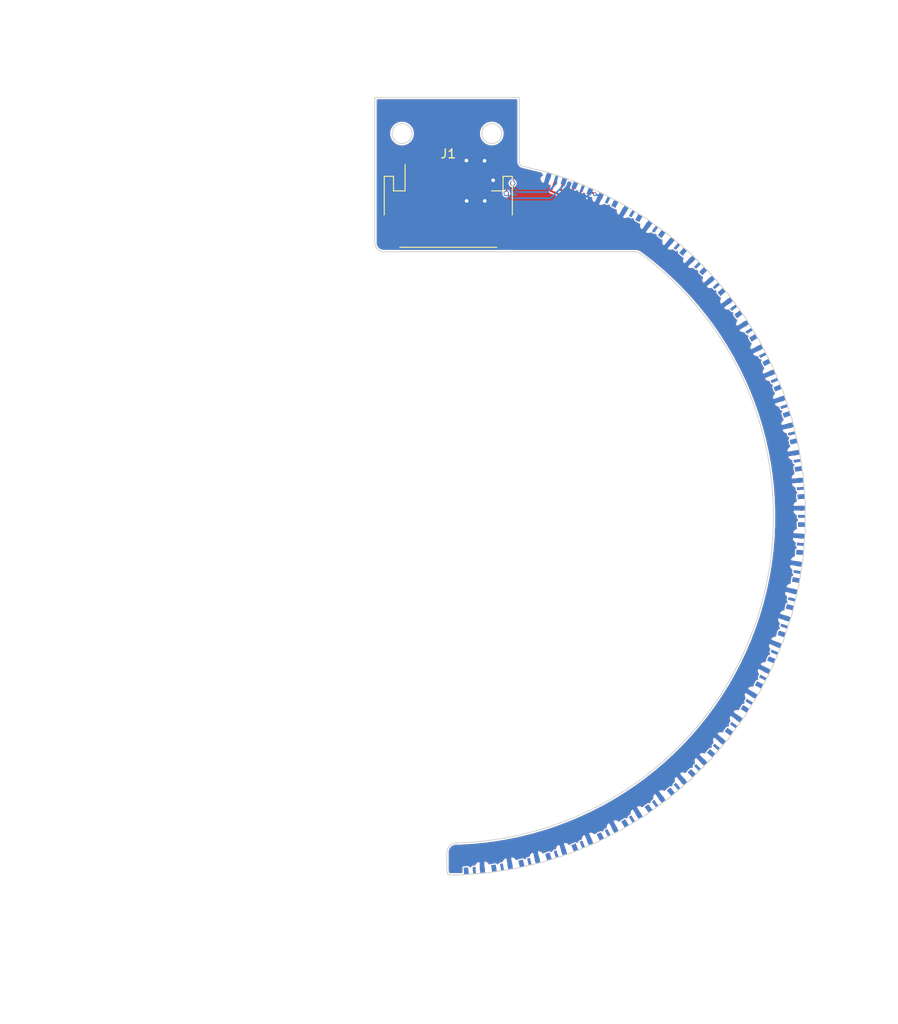
<source format=kicad_pcb>
(kicad_pcb (version 20171130) (host pcbnew "(5.1.5)-3")
  (title_block (title "Sensory Adaptation Robot") (date 2016-03-10) (rev 0.1a) (company "Idle Hands Dev.") (comment 1 "Sean Hodgins"))
  (layers (0 F.Cu signal) (31 B.Cu signal) (34 B.Paste user) (35 F.Paste user) (36 B.SilkS user) (37 F.SilkS user) (38 B.Mask user) (39 F.Mask user) (44 Edge.Cuts user))
  (net 0 "")
  (net 1 GND)
  (net 2 +5V)
  (net 3 CKS)
  (net 4 SDS)
  (net 5 "Net-(U1-Pad3)")
  (net 6 "Net-(U1-Pad2)")
  (net 7 "Net-(U2-Pad2)")
  (net 8 "Net-(U2-Pad3)")
  (net 9 "Net-(U3-Pad2)")
  (net 10 "Net-(U3-Pad3)")
  (net 11 "Net-(U4-Pad3)")
  (net 12 "Net-(U4-Pad2)")
  (net 13 "Net-(U5-Pad2)")
  (net 14 "Net-(U5-Pad3)")
  (net 15 "Net-(U6-Pad3)")
  (net 16 "Net-(U6-Pad2)")
  (net 17 "Net-(U7-Pad2)")
  (net 18 "Net-(U7-Pad3)")
  (net 19 "Net-(U8-Pad3)")
  (net 20 "Net-(U8-Pad2)")
  (net 21 "Net-(U10-Pad5)")
  (net 22 "Net-(U10-Pad4)")
  (net 23 "Net-(U10-Pad3)")
  (net 24 "Net-(U10-Pad2)")
  (net 25 "Net-(U11-Pad3)")
  (net 26 "Net-(U11-Pad2)")
  (net 27 "Net-(U12-Pad2)")
  (net 28 "Net-(U12-Pad3)")
  (net 29 "Net-(U13-Pad3)")
  (net 30 "Net-(U13-Pad2)")
  (net 31 "Net-(U14-Pad2)")
  (net 32 "Net-(U14-Pad3)")
  (net 33 "Net-(U15-Pad3)")
  (net 34 "Net-(U15-Pad2)")
  (net 35 CK1)
  (net 36 SD1)
  (net 37 "Net-(U17-Pad3)")
  (net 38 "Net-(U17-Pad2)")
  (net 39 "Net-(U18-Pad2)")
  (net 40 "Net-(U18-Pad3)")
  (net 41 "Net-(U19-Pad3)")
  (net 42 "Net-(U19-Pad2)")
  (net 43 "Net-(U20-Pad2)")
  (net 44 "Net-(U20-Pad3)")
  (net 45 "Net-(U21-Pad2)")
  (net 46 "Net-(U21-Pad3)")
  (net 47 "Net-(U22-Pad3)")
  (net 48 "Net-(U22-Pad2)")
  (net 49 "Net-(U23-Pad2)")
  (net 50 "Net-(U23-Pad3)")
  (net 51 "Net-(U24-Pad3)")
  (net 52 "Net-(U24-Pad2)")
  (net 53 "Net-(U25-Pad2)")
  (net 54 "Net-(U25-Pad3)")
  (net 55 "Net-(U26-Pad3)")
  (net 56 "Net-(U26-Pad2)")
  (net 57 "Net-(U27-Pad2)")
  (net 58 "Net-(U27-Pad3)")
  (net 59 "Net-(U28-Pad3)")
  (net 60 "Net-(U28-Pad2)")
  (net 61 "Net-(U29-Pad2)")
  (net 62 "Net-(U29-Pad3)")
  (net 63 "Net-(U30-Pad3)")
  (net 64 "Net-(U30-Pad2)")
  (net 65 "Net-(U31-Pad2)")
  (net 66 "Net-(U31-Pad3)")
  (net 67 SD2)
  (net 68 CK2)
  (net 69 "Net-(U33-Pad2)")
  (net 70 "Net-(U33-Pad3)")
  (net 71 "Net-(U34-Pad3)")
  (net 72 "Net-(U34-Pad2)")
  (net 73 "Net-(U35-Pad2)")
  (net 74 "Net-(U35-Pad3)")
  (net 75 "Net-(U36-Pad3)")
  (net 76 "Net-(U36-Pad2)")
  (module project_footprints:LED-APA102-2020_Edge_R (layer F.Cu) (at 134.615996 108.006758 67.5)
    (fp_text reference U2 hide)
    (fp_text value APA102 hide)
    (pad 3 smd rect (at -0.342 -0.9 67.5) (size 0.8 0.5) (layers B.Cu B.Paste B.Mask) (net 8 "Net-(U2-Pad3)"))
    (pad 1 smd rect (at -0.342 0.9 67.5) (size 0.8 0.5) (layers B.Cu B.Paste B.Mask) (net 2 +5V))
    (pad 2 smd rect (at -0.342 0 67.5) (size 0.8 0.3) (layers B.Cu B.Paste B.Mask) (net 7 "Net-(U2-Pad2)"))
    (pad 6 smd rect (at -0.342 0.9 67.5) (size 0.8 0.5) (layers F.Cu F.Paste F.Mask) (net 1 GND))
    (pad 5 smd rect (at -0.342 0 67.5) (size 0.8 0.3) (layers F.Cu F.Paste F.Mask) (net 6 "Net-(U1-Pad2)"))
    (pad 4 smd rect (at -0.342 -0.9 67.5) (size 0.8 0.5) (layers F.Cu F.Paste F.Mask) (net 5 "Net-(U1-Pad3)"))
  )
  (module project_footprints:LED-APA102-2020_Edge (layer F.Cu) (at 140.138693 110.820714 58.5)
    (fp_text reference U4 hide)
    (fp_text value APA102 hide)
    (pad 6 smd rect (at -0.342 -0.9 58.5) (size 0.8 0.5) (layers B.Cu B.Paste B.Mask) (net 1 GND))
    (pad 4 smd rect (at -0.342 0.9 58.5) (size 0.8 0.5) (layers B.Cu B.Paste B.Mask) (net 10 "Net-(U3-Pad3)"))
    (pad 5 smd rect (at -0.342 0 58.5) (size 0.8 0.3) (layers B.Cu B.Paste B.Mask) (net 9 "Net-(U3-Pad2)"))
    (pad 3 smd rect (at -0.342 0.9 58.5) (size 0.8 0.5) (layers F.Cu F.Paste F.Mask) (net 11 "Net-(U4-Pad3)"))
    (pad 2 smd rect (at -0.342 0 58.5) (size 0.8 0.3) (layers F.Cu F.Paste F.Mask) (net 12 "Net-(U4-Pad2)"))
    (pad 1 smd rect (at -0.342 -0.9 58.5) (size 0.8 0.5) (layers F.Cu F.Paste F.Mask) (net 2 +5V))
  )
  (module Connector_JST:JST_PH_S5B-PH-SM4-TB_1x05-1MP_P2.00mm_Horizontal (layer F.Cu) (at 119.7 110.325)
    (fp_text reference J1 (at 0 -5.8) (layer F.SilkS))
    (fp_text value LED_Conn hide)
    (fp_line (start -5.34 4.51) (end 5.34 4.51) (layer F.SilkS) (width 0.12))
    (fp_line (start 6.04 -1.71) (end 4.76 -1.71) (layer F.SilkS) (width 0.12))
    (fp_line (start 6.04 -3.31) (end 6.04 -1.71) (layer F.SilkS) (width 0.12))
    (fp_line (start 7.06 -3.31) (end 6.04 -3.31) (layer F.SilkS) (width 0.12))
    (fp_line (start 7.06 0.94) (end 7.06 -3.31) (layer F.SilkS) (width 0.12))
    (fp_line (start -4.76 -1.71) (end -4.76 -4.6) (layer F.SilkS) (width 0.12))
    (fp_line (start -6.04 -1.71) (end -4.76 -1.71) (layer F.SilkS) (width 0.12))
    (fp_line (start -6.04 -3.31) (end -6.04 -1.71) (layer F.SilkS) (width 0.12))
    (fp_line (start -7.06 -3.31) (end -6.04 -3.31) (layer F.SilkS) (width 0.12))
    (fp_line (start -7.06 0.94) (end -7.06 -3.31) (layer F.SilkS) (width 0.12))
    (pad MP smd roundrect (at 6.35 2.9) (size 1.5 3.4) (layers F.Cu F.Paste F.Mask) (roundrect_rratio 0.166667))
    (pad MP smd roundrect (at -6.35 2.9) (size 1.5 3.4) (layers F.Cu F.Paste F.Mask) (roundrect_rratio 0.166667))
    (pad 5 smd roundrect (at 4 -2.85) (size 1 3.5) (layers F.Cu F.Paste F.Mask) (net 1 GND))
    (pad 4 smd roundrect (at 2 -2.85) (size 1 3.5) (layers F.Cu F.Paste F.Mask) (net 1 GND))
    (pad 3 smd roundrect (at 0 -2.85) (size 1 3.5) (layers F.Cu F.Paste F.Mask) (net 4 SDS))
    (pad 2 smd roundrect (at -2 -2.85) (size 1 3.5) (layers F.Cu F.Paste F.Mask) (net 3 CKS))
    (pad 1 smd roundrect (at -4 -2.85) (size 1 3.5) (layers F.Cu F.Paste F.Mask) (net 2 +5V))
  )
  (module project_footprints:LED-APA102-2020_Edge (layer F.Cu) (at 122.599134 183.878235 274.5)
    (fp_text reference U36 hide)
    (fp_text value APA102 hide)
    (pad 6 smd rect (at -0.342 -0.9 274.5) (size 0.8 0.5) (layers B.Cu B.Paste B.Mask) (net 1 GND))
    (pad 4 smd rect (at -0.342 0.9 274.5) (size 0.8 0.5) (layers B.Cu B.Paste B.Mask) (net 74 "Net-(U35-Pad3)"))
    (pad 5 smd rect (at -0.342 0 274.5) (size 0.8 0.3) (layers B.Cu B.Paste B.Mask) (net 73 "Net-(U35-Pad2)"))
    (pad 3 smd rect (at -0.342 0.9 274.5) (size 0.8 0.5) (layers F.Cu F.Paste F.Mask) (net 75 "Net-(U36-Pad3)"))
    (pad 2 smd rect (at -0.342 0 274.5) (size 0.8 0.3) (layers F.Cu F.Paste F.Mask) (net 76 "Net-(U36-Pad2)"))
    (pad 1 smd rect (at -0.342 -0.9 274.5) (size 0.8 0.5) (layers F.Cu F.Paste F.Mask) (net 2 +5V))
  )
  (module project_footprints:LED-APA102-2020_Edge (layer F.Cu) (at 125.679161 183.513689 279)
    (fp_text reference U35 hide)
    (fp_text value APA102 hide)
    (pad 6 smd rect (at -0.342 -0.9 279) (size 0.8 0.5) (layers B.Cu B.Paste B.Mask) (net 1 GND))
    (pad 4 smd rect (at -0.342 0.9 279) (size 0.8 0.5) (layers B.Cu B.Paste B.Mask) (net 71 "Net-(U34-Pad3)"))
    (pad 5 smd rect (at -0.342 0 279) (size 0.8 0.3) (layers B.Cu B.Paste B.Mask) (net 72 "Net-(U34-Pad2)"))
    (pad 3 smd rect (at -0.342 0.9 279) (size 0.8 0.5) (layers F.Cu F.Paste F.Mask) (net 74 "Net-(U35-Pad3)"))
    (pad 2 smd rect (at -0.342 0 279) (size 0.8 0.3) (layers F.Cu F.Paste F.Mask) (net 73 "Net-(U35-Pad2)"))
    (pad 1 smd rect (at -0.342 -0.9 279) (size 0.8 0.5) (layers F.Cu F.Paste F.Mask) (net 2 +5V))
  )
  (module project_footprints:LED-APA102-2020_Edge (layer F.Cu) (at 128.721092 182.908612 283.5)
    (fp_text reference U34 hide)
    (fp_text value APA102 hide)
    (pad 6 smd rect (at -0.342 -0.9 283.5) (size 0.8 0.5) (layers B.Cu B.Paste B.Mask) (net 1 GND))
    (pad 4 smd rect (at -0.342 0.9 283.5) (size 0.8 0.5) (layers B.Cu B.Paste B.Mask) (net 70 "Net-(U33-Pad3)"))
    (pad 5 smd rect (at -0.342 0 283.5) (size 0.8 0.3) (layers B.Cu B.Paste B.Mask) (net 69 "Net-(U33-Pad2)"))
    (pad 3 smd rect (at -0.342 0.9 283.5) (size 0.8 0.5) (layers F.Cu F.Paste F.Mask) (net 71 "Net-(U34-Pad3)"))
    (pad 2 smd rect (at -0.342 0 283.5) (size 0.8 0.3) (layers F.Cu F.Paste F.Mask) (net 72 "Net-(U34-Pad2)"))
    (pad 1 smd rect (at -0.342 -0.9 283.5) (size 0.8 0.5) (layers F.Cu F.Paste F.Mask) (net 2 +5V))
  )
  (module project_footprints:LED-APA102-2020_Edge (layer F.Cu) (at 131.706171 182.066732 288)
    (fp_text reference U33 hide)
    (fp_text value APA102 hide)
    (pad 6 smd rect (at -0.342 -0.9 288) (size 0.8 0.5) (layers B.Cu B.Paste B.Mask) (net 1 GND))
    (pad 4 smd rect (at -0.342 0.9 288) (size 0.8 0.5) (layers B.Cu B.Paste B.Mask) (net 67 SD2))
    (pad 5 smd rect (at -0.342 0 288) (size 0.8 0.3) (layers B.Cu B.Paste B.Mask) (net 68 CK2))
    (pad 3 smd rect (at -0.342 0.9 288) (size 0.8 0.5) (layers F.Cu F.Paste F.Mask) (net 70 "Net-(U33-Pad3)"))
    (pad 2 smd rect (at -0.342 0 288) (size 0.8 0.3) (layers F.Cu F.Paste F.Mask) (net 69 "Net-(U33-Pad2)"))
    (pad 1 smd rect (at -0.342 -0.9 288) (size 0.8 0.5) (layers F.Cu F.Paste F.Mask) (net 2 +5V))
  )
  (module project_footprints:LED-APA102-2020_Edge (layer F.Cu) (at 134.615996 180.993242 292.5)
    (fp_text reference U32 hide)
    (fp_text value APA102 hide)
    (pad 6 smd rect (at -0.342 -0.9 292.5) (size 0.8 0.5) (layers B.Cu B.Paste B.Mask) (net 1 GND))
    (pad 4 smd rect (at -0.342 0.9 292.5) (size 0.8 0.5) (layers B.Cu B.Paste B.Mask) (net 66 "Net-(U31-Pad3)"))
    (pad 5 smd rect (at -0.342 0 292.5) (size 0.8 0.3) (layers B.Cu B.Paste B.Mask) (net 65 "Net-(U31-Pad2)"))
    (pad 3 smd rect (at -0.342 0.9 292.5) (size 0.8 0.5) (layers F.Cu F.Paste F.Mask) (net 67 SD2))
    (pad 2 smd rect (at -0.342 0 292.5) (size 0.8 0.3) (layers F.Cu F.Paste F.Mask) (net 68 CK2))
    (pad 1 smd rect (at -0.342 -0.9 292.5) (size 0.8 0.5) (layers F.Cu F.Paste F.Mask) (net 2 +5V))
  )
  (module project_footprints:LED-APA102-2020_Edge (layer F.Cu) (at 137.432625 179.694758 297)
    (fp_text reference U31 hide)
    (fp_text value APA102 hide)
    (pad 6 smd rect (at -0.342 -0.9 297) (size 0.8 0.5) (layers B.Cu B.Paste B.Mask) (net 1 GND))
    (pad 4 smd rect (at -0.342 0.9 297) (size 0.8 0.5) (layers B.Cu B.Paste B.Mask) (net 63 "Net-(U30-Pad3)"))
    (pad 5 smd rect (at -0.342 0 297) (size 0.8 0.3) (layers B.Cu B.Paste B.Mask) (net 64 "Net-(U30-Pad2)"))
    (pad 3 smd rect (at -0.342 0.9 297) (size 0.8 0.5) (layers F.Cu F.Paste F.Mask) (net 66 "Net-(U31-Pad3)"))
    (pad 2 smd rect (at -0.342 0 297) (size 0.8 0.3) (layers F.Cu F.Paste F.Mask) (net 65 "Net-(U31-Pad2)"))
    (pad 1 smd rect (at -0.342 -0.9 297) (size 0.8 0.5) (layers F.Cu F.Paste F.Mask) (net 2 +5V))
  )
  (module project_footprints:LED-APA102-2020_Edge (layer F.Cu) (at 140.138693 178.179286 301.5)
    (fp_text reference U30 hide)
    (fp_text value APA102 hide)
    (pad 6 smd rect (at -0.342 -0.9 301.5) (size 0.8 0.5) (layers B.Cu B.Paste B.Mask) (net 1 GND))
    (pad 4 smd rect (at -0.342 0.9 301.5) (size 0.8 0.5) (layers B.Cu B.Paste B.Mask) (net 62 "Net-(U29-Pad3)"))
    (pad 5 smd rect (at -0.342 0 301.5) (size 0.8 0.3) (layers B.Cu B.Paste B.Mask) (net 61 "Net-(U29-Pad2)"))
    (pad 3 smd rect (at -0.342 0.9 301.5) (size 0.8 0.5) (layers F.Cu F.Paste F.Mask) (net 63 "Net-(U30-Pad3)"))
    (pad 2 smd rect (at -0.342 0 301.5) (size 0.8 0.3) (layers F.Cu F.Paste F.Mask) (net 64 "Net-(U30-Pad2)"))
    (pad 1 smd rect (at -0.342 -0.9 301.5) (size 0.8 0.5) (layers F.Cu F.Paste F.Mask) (net 2 +5V))
  )
  (module project_footprints:LED-APA102-2020_Edge (layer F.Cu) (at 142.717517 176.456171 306)
    (fp_text reference U29 hide)
    (fp_text value APA102 hide)
    (pad 6 smd rect (at -0.342 -0.9 306) (size 0.8 0.5) (layers B.Cu B.Paste B.Mask) (net 1 GND))
    (pad 4 smd rect (at -0.342 0.9 306) (size 0.8 0.5) (layers B.Cu B.Paste B.Mask) (net 59 "Net-(U28-Pad3)"))
    (pad 5 smd rect (at -0.342 0 306) (size 0.8 0.3) (layers B.Cu B.Paste B.Mask) (net 60 "Net-(U28-Pad2)"))
    (pad 3 smd rect (at -0.342 0.9 306) (size 0.8 0.5) (layers F.Cu F.Paste F.Mask) (net 62 "Net-(U29-Pad3)"))
    (pad 2 smd rect (at -0.342 0 306) (size 0.8 0.3) (layers F.Cu F.Paste F.Mask) (net 61 "Net-(U29-Pad2)"))
    (pad 1 smd rect (at -0.342 -0.9 306) (size 0.8 0.5) (layers F.Cu F.Paste F.Mask) (net 2 +5V))
  )
  (module project_footprints:LED-APA102-2020_Edge (layer F.Cu) (at 145.153198 174.536036 310.5)
    (fp_text reference U28 hide)
    (fp_text value APA102 hide)
    (pad 6 smd rect (at -0.342 -0.9 310.5) (size 0.8 0.5) (layers B.Cu B.Paste B.Mask) (net 1 GND))
    (pad 4 smd rect (at -0.342 0.9 310.5) (size 0.8 0.5) (layers B.Cu B.Paste B.Mask) (net 58 "Net-(U27-Pad3)"))
    (pad 5 smd rect (at -0.342 0 310.5) (size 0.8 0.3) (layers B.Cu B.Paste B.Mask) (net 57 "Net-(U27-Pad2)"))
    (pad 3 smd rect (at -0.342 0.9 310.5) (size 0.8 0.5) (layers F.Cu F.Paste F.Mask) (net 59 "Net-(U28-Pad3)"))
    (pad 2 smd rect (at -0.342 0 310.5) (size 0.8 0.3) (layers F.Cu F.Paste F.Mask) (net 60 "Net-(U28-Pad2)"))
    (pad 1 smd rect (at -0.342 -0.9 310.5) (size 0.8 0.5) (layers F.Cu F.Paste F.Mask) (net 2 +5V))
  )
  (module project_footprints:LED-APA102-2020_Edge (layer F.Cu) (at 147.430718 172.430718 315)
    (fp_text reference U27 hide)
    (fp_text value APA102 hide)
    (pad 6 smd rect (at -0.342 -0.9 315) (size 0.8 0.5) (layers B.Cu B.Paste B.Mask) (net 1 GND))
    (pad 4 smd rect (at -0.342 0.9 315) (size 0.8 0.5) (layers B.Cu B.Paste B.Mask) (net 55 "Net-(U26-Pad3)"))
    (pad 5 smd rect (at -0.342 0 315) (size 0.8 0.3) (layers B.Cu B.Paste B.Mask) (net 56 "Net-(U26-Pad2)"))
    (pad 3 smd rect (at -0.342 0.9 315) (size 0.8 0.5) (layers F.Cu F.Paste F.Mask) (net 58 "Net-(U27-Pad3)"))
    (pad 2 smd rect (at -0.342 0 315) (size 0.8 0.3) (layers F.Cu F.Paste F.Mask) (net 57 "Net-(U27-Pad2)"))
    (pad 1 smd rect (at -0.342 -0.9 315) (size 0.8 0.5) (layers F.Cu F.Paste F.Mask) (net 2 +5V))
  )
  (module project_footprints:LED-APA102-2020_Edge (layer F.Cu) (at 149.536036 170.153198 319.5)
    (fp_text reference U26 hide)
    (fp_text value APA102 hide)
    (pad 6 smd rect (at -0.342 -0.9 319.5) (size 0.8 0.5) (layers B.Cu B.Paste B.Mask) (net 1 GND))
    (pad 4 smd rect (at -0.342 0.9 319.5) (size 0.8 0.5) (layers B.Cu B.Paste B.Mask) (net 54 "Net-(U25-Pad3)"))
    (pad 5 smd rect (at -0.342 0 319.5) (size 0.8 0.3) (layers B.Cu B.Paste B.Mask) (net 53 "Net-(U25-Pad2)"))
    (pad 3 smd rect (at -0.342 0.9 319.5) (size 0.8 0.5) (layers F.Cu F.Paste F.Mask) (net 55 "Net-(U26-Pad3)"))
    (pad 2 smd rect (at -0.342 0 319.5) (size 0.8 0.3) (layers F.Cu F.Paste F.Mask) (net 56 "Net-(U26-Pad2)"))
    (pad 1 smd rect (at -0.342 -0.9 319.5) (size 0.8 0.5) (layers F.Cu F.Paste F.Mask) (net 2 +5V))
  )
  (module project_footprints:LED-APA102-2020_Edge (layer F.Cu) (at 151.456171 167.717517 324)
    (fp_text reference U25 hide)
    (fp_text value APA102 hide)
    (pad 6 smd rect (at -0.342 -0.9 324) (size 0.8 0.5) (layers B.Cu B.Paste B.Mask) (net 1 GND))
    (pad 4 smd rect (at -0.342 0.9 324) (size 0.8 0.5) (layers B.Cu B.Paste B.Mask) (net 51 "Net-(U24-Pad3)"))
    (pad 5 smd rect (at -0.342 0 324) (size 0.8 0.3) (layers B.Cu B.Paste B.Mask) (net 52 "Net-(U24-Pad2)"))
    (pad 3 smd rect (at -0.342 0.9 324) (size 0.8 0.5) (layers F.Cu F.Paste F.Mask) (net 54 "Net-(U25-Pad3)"))
    (pad 2 smd rect (at -0.342 0 324) (size 0.8 0.3) (layers F.Cu F.Paste F.Mask) (net 53 "Net-(U25-Pad2)"))
    (pad 1 smd rect (at -0.342 -0.9 324) (size 0.8 0.5) (layers F.Cu F.Paste F.Mask) (net 2 +5V))
  )
  (module project_footprints:LED-APA102-2020_Edge (layer F.Cu) (at 153.179286 165.138693 328.5)
    (fp_text reference U24 hide)
    (fp_text value APA102 hide)
    (pad 6 smd rect (at -0.342 -0.9 328.5) (size 0.8 0.5) (layers B.Cu B.Paste B.Mask) (net 1 GND))
    (pad 4 smd rect (at -0.342 0.9 328.5) (size 0.8 0.5) (layers B.Cu B.Paste B.Mask) (net 50 "Net-(U23-Pad3)"))
    (pad 5 smd rect (at -0.342 0 328.5) (size 0.8 0.3) (layers B.Cu B.Paste B.Mask) (net 49 "Net-(U23-Pad2)"))
    (pad 3 smd rect (at -0.342 0.9 328.5) (size 0.8 0.5) (layers F.Cu F.Paste F.Mask) (net 51 "Net-(U24-Pad3)"))
    (pad 2 smd rect (at -0.342 0 328.5) (size 0.8 0.3) (layers F.Cu F.Paste F.Mask) (net 52 "Net-(U24-Pad2)"))
    (pad 1 smd rect (at -0.342 -0.9 328.5) (size 0.8 0.5) (layers F.Cu F.Paste F.Mask) (net 2 +5V))
  )
  (module project_footprints:LED-APA102-2020_Edge (layer F.Cu) (at 154.694758 162.432625 333)
    (fp_text reference U23 hide)
    (fp_text value APA102 hide)
    (pad 6 smd rect (at -0.342 -0.9 333) (size 0.8 0.5) (layers B.Cu B.Paste B.Mask) (net 1 GND))
    (pad 4 smd rect (at -0.342 0.9 333) (size 0.8 0.5) (layers B.Cu B.Paste B.Mask) (net 47 "Net-(U22-Pad3)"))
    (pad 5 smd rect (at -0.342 0 333) (size 0.8 0.3) (layers B.Cu B.Paste B.Mask) (net 48 "Net-(U22-Pad2)"))
    (pad 3 smd rect (at -0.342 0.9 333) (size 0.8 0.5) (layers F.Cu F.Paste F.Mask) (net 50 "Net-(U23-Pad3)"))
    (pad 2 smd rect (at -0.342 0 333) (size 0.8 0.3) (layers F.Cu F.Paste F.Mask) (net 49 "Net-(U23-Pad2)"))
    (pad 1 smd rect (at -0.342 -0.9 333) (size 0.8 0.5) (layers F.Cu F.Paste F.Mask) (net 2 +5V))
  )
  (module project_footprints:LED-APA102-2020_Edge (layer F.Cu) (at 155.993242 159.615996 337.5)
    (fp_text reference U22 hide)
    (fp_text value APA102 hide)
    (pad 6 smd rect (at -0.342 -0.9 337.5) (size 0.8 0.5) (layers B.Cu B.Paste B.Mask) (net 1 GND))
    (pad 4 smd rect (at -0.342 0.9 337.5) (size 0.8 0.5) (layers B.Cu B.Paste B.Mask) (net 46 "Net-(U21-Pad3)"))
    (pad 5 smd rect (at -0.342 0 337.5) (size 0.8 0.3) (layers B.Cu B.Paste B.Mask) (net 45 "Net-(U21-Pad2)"))
    (pad 3 smd rect (at -0.342 0.9 337.5) (size 0.8 0.5) (layers F.Cu F.Paste F.Mask) (net 47 "Net-(U22-Pad3)"))
    (pad 2 smd rect (at -0.342 0 337.5) (size 0.8 0.3) (layers F.Cu F.Paste F.Mask) (net 48 "Net-(U22-Pad2)"))
    (pad 1 smd rect (at -0.342 -0.9 337.5) (size 0.8 0.5) (layers F.Cu F.Paste F.Mask) (net 2 +5V))
  )
  (module project_footprints:LED-APA102-2020_Edge (layer F.Cu) (at 157.066732 156.706171 342)
    (fp_text reference U21 hide)
    (fp_text value APA102 hide)
    (pad 6 smd rect (at -0.342 -0.9 342) (size 0.8 0.5) (layers B.Cu B.Paste B.Mask) (net 1 GND))
    (pad 4 smd rect (at -0.342 0.9 342) (size 0.8 0.5) (layers B.Cu B.Paste B.Mask) (net 44 "Net-(U20-Pad3)"))
    (pad 5 smd rect (at -0.342 0 342) (size 0.8 0.3) (layers B.Cu B.Paste B.Mask) (net 43 "Net-(U20-Pad2)"))
    (pad 3 smd rect (at -0.342 0.9 342) (size 0.8 0.5) (layers F.Cu F.Paste F.Mask) (net 46 "Net-(U21-Pad3)"))
    (pad 2 smd rect (at -0.342 0 342) (size 0.8 0.3) (layers F.Cu F.Paste F.Mask) (net 45 "Net-(U21-Pad2)"))
    (pad 1 smd rect (at -0.342 -0.9 342) (size 0.8 0.5) (layers F.Cu F.Paste F.Mask) (net 2 +5V))
  )
  (module project_footprints:LED-APA102-2020_Edge (layer F.Cu) (at 157.908612 153.721092 346.5)
    (fp_text reference U20 hide)
    (fp_text value APA102 hide)
    (pad 6 smd rect (at -0.342 -0.9 346.5) (size 0.8 0.5) (layers B.Cu B.Paste B.Mask) (net 1 GND))
    (pad 4 smd rect (at -0.342 0.9 346.5) (size 0.8 0.5) (layers B.Cu B.Paste B.Mask) (net 41 "Net-(U19-Pad3)"))
    (pad 5 smd rect (at -0.342 0 346.5) (size 0.8 0.3) (layers B.Cu B.Paste B.Mask) (net 42 "Net-(U19-Pad2)"))
    (pad 3 smd rect (at -0.342 0.9 346.5) (size 0.8 0.5) (layers F.Cu F.Paste F.Mask) (net 44 "Net-(U20-Pad3)"))
    (pad 2 smd rect (at -0.342 0 346.5) (size 0.8 0.3) (layers F.Cu F.Paste F.Mask) (net 43 "Net-(U20-Pad2)"))
    (pad 1 smd rect (at -0.342 -0.9 346.5) (size 0.8 0.5) (layers F.Cu F.Paste F.Mask) (net 2 +5V))
  )
  (module project_footprints:LED-APA102-2020_Edge (layer F.Cu) (at 158.513689 150.679161 351)
    (fp_text reference U19 hide)
    (fp_text value APA102 hide)
    (pad 6 smd rect (at -0.342 -0.9 351) (size 0.8 0.5) (layers B.Cu B.Paste B.Mask) (net 1 GND))
    (pad 4 smd rect (at -0.342 0.9 351) (size 0.8 0.5) (layers B.Cu B.Paste B.Mask) (net 40 "Net-(U18-Pad3)"))
    (pad 5 smd rect (at -0.342 0 351) (size 0.8 0.3) (layers B.Cu B.Paste B.Mask) (net 39 "Net-(U18-Pad2)"))
    (pad 3 smd rect (at -0.342 0.9 351) (size 0.8 0.5) (layers F.Cu F.Paste F.Mask) (net 41 "Net-(U19-Pad3)"))
    (pad 2 smd rect (at -0.342 0 351) (size 0.8 0.3) (layers F.Cu F.Paste F.Mask) (net 42 "Net-(U19-Pad2)"))
    (pad 1 smd rect (at -0.342 -0.9 351) (size 0.8 0.5) (layers F.Cu F.Paste F.Mask) (net 2 +5V))
  )
  (module project_footprints:LED-APA102-2020_Edge (layer F.Cu) (at 158.878235 147.599134 355.5)
    (fp_text reference U18 hide)
    (fp_text value APA102 hide)
    (pad 6 smd rect (at -0.342 -0.9 355.5) (size 0.8 0.5) (layers B.Cu B.Paste B.Mask) (net 1 GND))
    (pad 4 smd rect (at -0.342 0.9 355.5) (size 0.8 0.5) (layers B.Cu B.Paste B.Mask) (net 37 "Net-(U17-Pad3)"))
    (pad 5 smd rect (at -0.342 0 355.5) (size 0.8 0.3) (layers B.Cu B.Paste B.Mask) (net 38 "Net-(U17-Pad2)"))
    (pad 3 smd rect (at -0.342 0.9 355.5) (size 0.8 0.5) (layers F.Cu F.Paste F.Mask) (net 40 "Net-(U18-Pad3)"))
    (pad 2 smd rect (at -0.342 0 355.5) (size 0.8 0.3) (layers F.Cu F.Paste F.Mask) (net 39 "Net-(U18-Pad2)"))
    (pad 1 smd rect (at -0.342 -0.9 355.5) (size 0.8 0.5) (layers F.Cu F.Paste F.Mask) (net 2 +5V))
  )
  (module project_footprints:LED-APA102-2020_Edge (layer F.Cu) (at 131.706171 106.933268 72)
    (fp_text reference U1 hide)
    (fp_text value APA102 hide)
    (pad 6 smd rect (at -0.342 -0.9 72) (size 0.8 0.5) (layers B.Cu B.Paste B.Mask) (net 1 GND))
    (pad 4 smd rect (at -0.342 0.9 72) (size 0.8 0.5) (layers B.Cu B.Paste B.Mask) (net 4 SDS))
    (pad 5 smd rect (at -0.342 0 72) (size 0.8 0.3) (layers B.Cu B.Paste B.Mask) (net 3 CKS))
    (pad 3 smd rect (at -0.342 0.9 72) (size 0.8 0.5) (layers F.Cu F.Paste F.Mask) (net 5 "Net-(U1-Pad3)"))
    (pad 2 smd rect (at -0.342 0 72) (size 0.8 0.3) (layers F.Cu F.Paste F.Mask) (net 6 "Net-(U1-Pad2)"))
    (pad 1 smd rect (at -0.342 -0.9 72) (size 0.8 0.5) (layers F.Cu F.Paste F.Mask) (net 2 +5V))
  )
  (module project_footprints:LED-APA102-2020_Edge (layer F.Cu) (at 137.432625 109.305242 63)
    (fp_text reference U3 hide)
    (fp_text value APA102 hide)
    (pad 6 smd rect (at -0.342 -0.9 63) (size 0.8 0.5) (layers B.Cu B.Paste B.Mask) (net 1 GND))
    (pad 4 smd rect (at -0.342 0.9 63) (size 0.8 0.5) (layers B.Cu B.Paste B.Mask) (net 8 "Net-(U2-Pad3)"))
    (pad 5 smd rect (at -0.342 0 63) (size 0.8 0.3) (layers B.Cu B.Paste B.Mask) (net 7 "Net-(U2-Pad2)"))
    (pad 3 smd rect (at -0.342 0.9 63) (size 0.8 0.5) (layers F.Cu F.Paste F.Mask) (net 10 "Net-(U3-Pad3)"))
    (pad 2 smd rect (at -0.342 0 63) (size 0.8 0.3) (layers F.Cu F.Paste F.Mask) (net 9 "Net-(U3-Pad2)"))
    (pad 1 smd rect (at -0.342 -0.9 63) (size 0.8 0.5) (layers F.Cu F.Paste F.Mask) (net 2 +5V))
  )
  (module project_footprints:LED-APA102-2020_Edge (layer F.Cu) (at 142.717517 112.543829 54)
    (fp_text reference U5 hide)
    (fp_text value APA102 hide)
    (pad 6 smd rect (at -0.342 -0.9 54) (size 0.8 0.5) (layers B.Cu B.Paste B.Mask) (net 1 GND))
    (pad 4 smd rect (at -0.342 0.9 54) (size 0.8 0.5) (layers B.Cu B.Paste B.Mask) (net 11 "Net-(U4-Pad3)"))
    (pad 5 smd rect (at -0.342 0 54) (size 0.8 0.3) (layers B.Cu B.Paste B.Mask) (net 12 "Net-(U4-Pad2)"))
    (pad 3 smd rect (at -0.342 0.9 54) (size 0.8 0.5) (layers F.Cu F.Paste F.Mask) (net 14 "Net-(U5-Pad3)"))
    (pad 2 smd rect (at -0.342 0 54) (size 0.8 0.3) (layers F.Cu F.Paste F.Mask) (net 13 "Net-(U5-Pad2)"))
    (pad 1 smd rect (at -0.342 -0.9 54) (size 0.8 0.5) (layers F.Cu F.Paste F.Mask) (net 2 +5V))
  )
  (module project_footprints:LED-APA102-2020_Edge (layer F.Cu) (at 145.153198 114.463964 49.5)
    (fp_text reference U6 hide)
    (fp_text value APA102 hide)
    (pad 6 smd rect (at -0.342 -0.9 49.5) (size 0.8 0.5) (layers B.Cu B.Paste B.Mask) (net 1 GND))
    (pad 4 smd rect (at -0.342 0.9 49.5) (size 0.8 0.5) (layers B.Cu B.Paste B.Mask) (net 14 "Net-(U5-Pad3)"))
    (pad 5 smd rect (at -0.342 0 49.5) (size 0.8 0.3) (layers B.Cu B.Paste B.Mask) (net 13 "Net-(U5-Pad2)"))
    (pad 3 smd rect (at -0.342 0.9 49.5) (size 0.8 0.5) (layers F.Cu F.Paste F.Mask) (net 15 "Net-(U6-Pad3)"))
    (pad 2 smd rect (at -0.342 0 49.5) (size 0.8 0.3) (layers F.Cu F.Paste F.Mask) (net 16 "Net-(U6-Pad2)"))
    (pad 1 smd rect (at -0.342 -0.9 49.5) (size 0.8 0.5) (layers F.Cu F.Paste F.Mask) (net 2 +5V))
  )
  (module project_footprints:LED-APA102-2020_Edge (layer F.Cu) (at 147.430718 116.569282 45)
    (fp_text reference U7 hide)
    (fp_text value APA102 hide)
    (pad 6 smd rect (at -0.342 -0.9 45) (size 0.8 0.5) (layers B.Cu B.Paste B.Mask) (net 1 GND))
    (pad 4 smd rect (at -0.342 0.9 45) (size 0.8 0.5) (layers B.Cu B.Paste B.Mask) (net 15 "Net-(U6-Pad3)"))
    (pad 5 smd rect (at -0.342 0 45) (size 0.8 0.3) (layers B.Cu B.Paste B.Mask) (net 16 "Net-(U6-Pad2)"))
    (pad 3 smd rect (at -0.342 0.9 45) (size 0.8 0.5) (layers F.Cu F.Paste F.Mask) (net 18 "Net-(U7-Pad3)"))
    (pad 2 smd rect (at -0.342 0 45) (size 0.8 0.3) (layers F.Cu F.Paste F.Mask) (net 17 "Net-(U7-Pad2)"))
    (pad 1 smd rect (at -0.342 -0.9 45) (size 0.8 0.5) (layers F.Cu F.Paste F.Mask) (net 2 +5V))
  )
  (module project_footprints:LED-APA102-2020_Edge (layer F.Cu) (at 149.536036 118.846802 40.5)
    (fp_text reference U8 hide)
    (fp_text value APA102 hide)
    (pad 6 smd rect (at -0.342 -0.9 40.5) (size 0.8 0.5) (layers B.Cu B.Paste B.Mask) (net 1 GND))
    (pad 4 smd rect (at -0.342 0.9 40.5) (size 0.8 0.5) (layers B.Cu B.Paste B.Mask) (net 18 "Net-(U7-Pad3)"))
    (pad 5 smd rect (at -0.342 0 40.5) (size 0.8 0.3) (layers B.Cu B.Paste B.Mask) (net 17 "Net-(U7-Pad2)"))
    (pad 3 smd rect (at -0.342 0.9 40.5) (size 0.8 0.5) (layers F.Cu F.Paste F.Mask) (net 19 "Net-(U8-Pad3)"))
    (pad 2 smd rect (at -0.342 0 40.5) (size 0.8 0.3) (layers F.Cu F.Paste F.Mask) (net 20 "Net-(U8-Pad2)"))
    (pad 1 smd rect (at -0.342 -0.9 40.5) (size 0.8 0.5) (layers F.Cu F.Paste F.Mask) (net 2 +5V))
  )
  (module project_footprints:LED-APA102-2020_Edge (layer F.Cu) (at 151.456171 121.282483 36)
    (fp_text reference U9 hide)
    (fp_text value APA102 hide)
    (pad 6 smd rect (at -0.342 -0.9 36) (size 0.8 0.5) (layers B.Cu B.Paste B.Mask) (net 1 GND))
    (pad 4 smd rect (at -0.342 0.9 36) (size 0.8 0.5) (layers B.Cu B.Paste B.Mask) (net 19 "Net-(U8-Pad3)"))
    (pad 5 smd rect (at -0.342 0 36) (size 0.8 0.3) (layers B.Cu B.Paste B.Mask) (net 20 "Net-(U8-Pad2)"))
    (pad 3 smd rect (at -0.342 0.9 36) (size 0.8 0.5) (layers F.Cu F.Paste F.Mask) (net 22 "Net-(U10-Pad4)"))
    (pad 2 smd rect (at -0.342 0 36) (size 0.8 0.3) (layers F.Cu F.Paste F.Mask) (net 21 "Net-(U10-Pad5)"))
    (pad 1 smd rect (at -0.342 -0.9 36) (size 0.8 0.5) (layers F.Cu F.Paste F.Mask) (net 2 +5V))
  )
  (module project_footprints:LED-APA102-2020_Edge (layer F.Cu) (at 153.179286 123.861307 31.5)
    (fp_text reference U10 hide)
    (fp_text value APA102 hide)
    (pad 6 smd rect (at -0.342 -0.9 31.5) (size 0.8 0.5) (layers B.Cu B.Paste B.Mask) (net 1 GND))
    (pad 4 smd rect (at -0.342 0.9 31.5) (size 0.8 0.5) (layers B.Cu B.Paste B.Mask) (net 22 "Net-(U10-Pad4)"))
    (pad 5 smd rect (at -0.342 0 31.5) (size 0.8 0.3) (layers B.Cu B.Paste B.Mask) (net 21 "Net-(U10-Pad5)"))
    (pad 3 smd rect (at -0.342 0.9 31.5) (size 0.8 0.5) (layers F.Cu F.Paste F.Mask) (net 23 "Net-(U10-Pad3)"))
    (pad 2 smd rect (at -0.342 0 31.5) (size 0.8 0.3) (layers F.Cu F.Paste F.Mask) (net 24 "Net-(U10-Pad2)"))
    (pad 1 smd rect (at -0.342 -0.9 31.5) (size 0.8 0.5) (layers F.Cu F.Paste F.Mask) (net 2 +5V))
  )
  (module project_footprints:LED-APA102-2020_Edge (layer F.Cu) (at 154.694758 126.567375 27)
    (fp_text reference U11 hide)
    (fp_text value APA102 hide)
    (pad 6 smd rect (at -0.342 -0.9 27) (size 0.8 0.5) (layers B.Cu B.Paste B.Mask) (net 1 GND))
    (pad 4 smd rect (at -0.342 0.9 27) (size 0.8 0.5) (layers B.Cu B.Paste B.Mask) (net 23 "Net-(U10-Pad3)"))
    (pad 5 smd rect (at -0.342 0 27) (size 0.8 0.3) (layers B.Cu B.Paste B.Mask) (net 24 "Net-(U10-Pad2)"))
    (pad 3 smd rect (at -0.342 0.9 27) (size 0.8 0.5) (layers F.Cu F.Paste F.Mask) (net 25 "Net-(U11-Pad3)"))
    (pad 2 smd rect (at -0.342 0 27) (size 0.8 0.3) (layers F.Cu F.Paste F.Mask) (net 26 "Net-(U11-Pad2)"))
    (pad 1 smd rect (at -0.342 -0.9 27) (size 0.8 0.5) (layers F.Cu F.Paste F.Mask) (net 2 +5V))
  )
  (module project_footprints:LED-APA102-2020_Edge (layer F.Cu) (at 155.993242 129.384004 22.5)
    (fp_text reference U12 hide)
    (fp_text value APA102 hide)
    (pad 6 smd rect (at -0.342 -0.9 22.5) (size 0.8 0.5) (layers B.Cu B.Paste B.Mask) (net 1 GND))
    (pad 4 smd rect (at -0.342 0.9 22.5) (size 0.8 0.5) (layers B.Cu B.Paste B.Mask) (net 25 "Net-(U11-Pad3)"))
    (pad 5 smd rect (at -0.342 0 22.5) (size 0.8 0.3) (layers B.Cu B.Paste B.Mask) (net 26 "Net-(U11-Pad2)"))
    (pad 3 smd rect (at -0.342 0.9 22.5) (size 0.8 0.5) (layers F.Cu F.Paste F.Mask) (net 28 "Net-(U12-Pad3)"))
    (pad 2 smd rect (at -0.342 0 22.5) (size 0.8 0.3) (layers F.Cu F.Paste F.Mask) (net 27 "Net-(U12-Pad2)"))
    (pad 1 smd rect (at -0.342 -0.9 22.5) (size 0.8 0.5) (layers F.Cu F.Paste F.Mask) (net 2 +5V))
  )
  (module project_footprints:LED-APA102-2020_Edge (layer F.Cu) (at 157.066732 132.293829 18)
    (fp_text reference U13 hide)
    (fp_text value APA102 hide)
    (pad 6 smd rect (at -0.342 -0.9 18) (size 0.8 0.5) (layers B.Cu B.Paste B.Mask) (net 1 GND))
    (pad 4 smd rect (at -0.342 0.9 18) (size 0.8 0.5) (layers B.Cu B.Paste B.Mask) (net 28 "Net-(U12-Pad3)"))
    (pad 5 smd rect (at -0.342 0 18) (size 0.8 0.3) (layers B.Cu B.Paste B.Mask) (net 27 "Net-(U12-Pad2)"))
    (pad 3 smd rect (at -0.342 0.9 18) (size 0.8 0.5) (layers F.Cu F.Paste F.Mask) (net 29 "Net-(U13-Pad3)"))
    (pad 2 smd rect (at -0.342 0 18) (size 0.8 0.3) (layers F.Cu F.Paste F.Mask) (net 30 "Net-(U13-Pad2)"))
    (pad 1 smd rect (at -0.342 -0.9 18) (size 0.8 0.5) (layers F.Cu F.Paste F.Mask) (net 2 +5V))
  )
  (module project_footprints:LED-APA102-2020_Edge (layer F.Cu) (at 157.908612 135.278908 13.5)
    (fp_text reference U14 hide)
    (fp_text value APA102 hide)
    (pad 6 smd rect (at -0.342 -0.9 13.5) (size 0.8 0.5) (layers B.Cu B.Paste B.Mask) (net 1 GND))
    (pad 4 smd rect (at -0.342 0.9 13.5) (size 0.8 0.5) (layers B.Cu B.Paste B.Mask) (net 29 "Net-(U13-Pad3)"))
    (pad 5 smd rect (at -0.342 0 13.5) (size 0.8 0.3) (layers B.Cu B.Paste B.Mask) (net 30 "Net-(U13-Pad2)"))
    (pad 3 smd rect (at -0.342 0.9 13.5) (size 0.8 0.5) (layers F.Cu F.Paste F.Mask) (net 32 "Net-(U14-Pad3)"))
    (pad 2 smd rect (at -0.342 0 13.5) (size 0.8 0.3) (layers F.Cu F.Paste F.Mask) (net 31 "Net-(U14-Pad2)"))
    (pad 1 smd rect (at -0.342 -0.9 13.5) (size 0.8 0.5) (layers F.Cu F.Paste F.Mask) (net 2 +5V))
  )
  (module project_footprints:LED-APA102-2020_Edge (layer F.Cu) (at 158.513689 138.320839 9)
    (fp_text reference U15 hide)
    (fp_text value APA102 hide)
    (pad 6 smd rect (at -0.342 -0.9 9) (size 0.8 0.5) (layers B.Cu B.Paste B.Mask) (net 1 GND))
    (pad 4 smd rect (at -0.342 0.9 9) (size 0.8 0.5) (layers B.Cu B.Paste B.Mask) (net 32 "Net-(U14-Pad3)"))
    (pad 5 smd rect (at -0.342 0 9) (size 0.8 0.3) (layers B.Cu B.Paste B.Mask) (net 31 "Net-(U14-Pad2)"))
    (pad 3 smd rect (at -0.342 0.9 9) (size 0.8 0.5) (layers F.Cu F.Paste F.Mask) (net 33 "Net-(U15-Pad3)"))
    (pad 2 smd rect (at -0.342 0 9) (size 0.8 0.3) (layers F.Cu F.Paste F.Mask) (net 34 "Net-(U15-Pad2)"))
    (pad 1 smd rect (at -0.342 -0.9 9) (size 0.8 0.5) (layers F.Cu F.Paste F.Mask) (net 2 +5V))
  )
  (module project_footprints:LED-APA102-2020_Edge (layer F.Cu) (at 158.878235 141.400866 4.5)
    (fp_text reference U16 hide)
    (fp_text value APA102 hide)
    (pad 6 smd rect (at -0.342 -0.9 4.5) (size 0.8 0.5) (layers B.Cu B.Paste B.Mask) (net 1 GND))
    (pad 4 smd rect (at -0.342 0.9 4.5) (size 0.8 0.5) (layers B.Cu B.Paste B.Mask) (net 33 "Net-(U15-Pad3)"))
    (pad 5 smd rect (at -0.342 0 4.5) (size 0.8 0.3) (layers B.Cu B.Paste B.Mask) (net 34 "Net-(U15-Pad2)"))
    (pad 3 smd rect (at -0.342 0.9 4.5) (size 0.8 0.5) (layers F.Cu F.Paste F.Mask) (net 36 SD1))
    (pad 2 smd rect (at -0.342 0 4.5) (size 0.8 0.3) (layers F.Cu F.Paste F.Mask) (net 35 CK1))
    (pad 1 smd rect (at -0.342 -0.9 4.5) (size 0.8 0.5) (layers F.Cu F.Paste F.Mask) (net 2 +5V))
  )
  (module project_footprints:LED-APA102-2020_Edge (layer F.Cu) (at 159 144.5)
    (fp_text reference U17 hide)
    (fp_text value APA102 hide)
    (pad 6 smd rect (at -0.342 -0.9) (size 0.8 0.5) (layers B.Cu B.Paste B.Mask) (net 1 GND))
    (pad 4 smd rect (at -0.342 0.9) (size 0.8 0.5) (layers B.Cu B.Paste B.Mask) (net 36 SD1))
    (pad 5 smd rect (at -0.342 0) (size 0.8 0.3) (layers B.Cu B.Paste B.Mask) (net 35 CK1))
    (pad 3 smd rect (at -0.342 0.9) (size 0.8 0.5) (layers F.Cu F.Paste F.Mask) (net 37 "Net-(U17-Pad3)"))
    (pad 2 smd rect (at -0.342 0) (size 0.8 0.3) (layers F.Cu F.Paste F.Mask) (net 38 "Net-(U17-Pad2)"))
    (pad 1 smd rect (at -0.342 -0.9) (size 0.8 0.5) (layers F.Cu F.Paste F.Mask) (net 2 +5V))
  )
  (gr_circle (center 124.5 102.3) (end 125.6 102.3) (layer Edge.Cuts) (width 0.1))
  (gr_circle (center 114.6 102.3) (end 115.7 102.3) (layer Edge.Cuts) (width 0.1))
  (gr_line (start 111.77272 114.88146) (end 111.89479 115.02946) (layer Edge.Cuts) (width 0.1))
  (gr_line (start 111.68049 114.71158) (end 111.77272 114.88146) (layer Edge.Cuts) (width 0.1))
  (gr_line (start 111.6222 114.52387) (end 111.68049 114.71158) (layer Edge.Cuts) (width 0.1))
  (gr_line (start 111.60188 114.32233) (end 111.6222 114.52387) (layer Edge.Cuts) (width 0.1))
  (gr_line (start 111.60188 98.32233) (end 111.60188 114.32233) (layer Edge.Cuts) (width 0.1))
  (gr_line (start 154.83009 137.29841) (end 155.08097 138.65279) (layer Edge.Cuts) (width 0.1))
  (gr_line (start 154.95186 151.12769) (end 154.66328 152.51807) (layer Edge.Cuts) (width 0.1))
  (gr_line (start 153.45912 156.64612) (end 152.95204 157.98118) (layer Edge.Cuts) (width 0.1))
  (gr_line (start 155.56221 144.1587) (end 155.54951 145.54978) (layer Edge.Cuts) (width 0.1))
  (gr_line (start 155.2801 140.01751) (end 155.42701 141.39106) (layer Edge.Cuts) (width 0.1))
  (gr_line (start 155.42701 141.39106) (end 155.52122 142.77195) (layer Edge.Cuts) (width 0.1))
  (gr_line (start 154.66328 152.51807) (end 154.3181 153.90385) (layer Edge.Cuts) (width 0.1))
  (gr_line (start 155.54951 145.54978) (end 155.48259 146.94372) (layer Edge.Cuts) (width 0.1))
  (gr_line (start 151.79164 160.5648) (end 151.14082 161.811471) (layer Edge.Cuts) (width 0.1))
  (gr_line (start 155.48259 146.94372) (end 155.361 148.33901) (layer Edge.Cuts) (width 0.1))
  (gr_line (start 153.31901 132.01404) (end 153.77192 133.31217) (layer Edge.Cuts) (width 0.1))
  (gr_line (start 152.95204 157.98118) (end 152.39576 159.28773) (layer Edge.Cuts) (width 0.1))
  (gr_line (start 155.52122 142.77195) (end 155.56221 144.1587) (layer Edge.Cuts) (width 0.1))
  (gr_line (start 154.17506 134.62659) (end 154.52797 135.95585) (layer Edge.Cuts) (width 0.1))
  (gr_line (start 153.77192 133.31217) (end 154.17506 134.62659) (layer Edge.Cuts) (width 0.1))
  (gr_line (start 154.52797 135.95585) (end 154.83009 137.29841) (layer Edge.Cuts) (width 0.1))
  (gr_line (start 152.81678 130.73374) (end 153.31901 132.01404) (layer Edge.Cuts) (width 0.1))
  (gr_line (start 152.39576 159.28773) (end 151.79164 160.5648) (layer Edge.Cuts) (width 0.1))
  (gr_line (start 153.91578 155.2835) (end 153.45912 156.64612) (layer Edge.Cuts) (width 0.1))
  (gr_line (start 154.3181 153.90385) (end 153.91578 155.2835) (layer Edge.Cuts) (width 0.1))
  (gr_line (start 155.18428 149.73417) (end 154.95186 151.12769) (layer Edge.Cuts) (width 0.1))
  (gr_line (start 155.08097 138.65279) (end 155.2801 140.01751) (layer Edge.Cuts) (width 0.1))
  (gr_line (start 155.361 148.33901) (end 155.18428 149.73417) (layer Edge.Cuts) (width 0.1))
  (gr_line (start 112.60188 115.32233) (end 140.29243 115.32233) (layer Edge.Cuts) (width 0.1))
  (gr_line (start 112.0428 115.15156) (end 112.21266 115.24375) (layer Edge.Cuts) (width 0.1))
  (gr_line (start 140.88478 115.51662) (end 142.02559 116.3906) (layer Edge.Cuts) (width 0.1))
  (gr_line (start 145.19148 119.23904) (end 146.15962 120.25904) (layer Edge.Cuts) (width 0.1))
  (gr_line (start 112.40037 115.30202) (end 112.60188 115.32233) (layer Edge.Cuts) (width 0.1))
  (gr_line (start 112.21266 115.24375) (end 112.40037 115.30202) (layer Edge.Cuts) (width 0.1))
  (gr_line (start 142.02559 116.3906) (end 143.12397 117.30332) (layer Edge.Cuts) (width 0.1))
  (gr_line (start 143.12397 117.30332) (end 144.17942 118.2533) (layer Edge.Cuts) (width 0.1))
  (gr_line (start 152.26576 129.47274) (end 152.81678 130.73374) (layer Edge.Cuts) (width 0.1))
  (gr_line (start 151.66639 128.23252) (end 152.26576 129.47274) (layer Edge.Cuts) (width 0.1))
  (gr_line (start 147.08339 121.31177) (end 147.96226 122.3958) (layer Edge.Cuts) (width 0.1))
  (gr_line (start 151.01924 127.01462) (end 151.66639 128.23252) (layer Edge.Cuts) (width 0.1))
  (gr_line (start 150.32478 125.82049) (end 151.01924 127.01462) (layer Edge.Cuts) (width 0.1))
  (gr_line (start 140.74977 115.43302) (end 140.88478 115.51662) (layer Edge.Cuts) (width 0.1))
  (gr_line (start 140.29243 115.32233) (end 140.45076 115.33494) (layer Edge.Cuts) (width 0.1))
  (gr_line (start 149.58348 124.65165) (end 150.32478 125.82049) (layer Edge.Cuts) (width 0.1))
  (gr_line (start 148.79579 123.50959) (end 149.58348 124.65165) (layer Edge.Cuts) (width 0.1))
  (gr_line (start 140.45076 115.33494) (end 140.60414 115.37214) (layer Edge.Cuts) (width 0.1))
  (gr_line (start 147.96226 122.3958) (end 148.79579 123.50959) (layer Edge.Cuts) (width 0.1))
  (gr_line (start 146.15962 120.25904) (end 147.08339 121.31177) (layer Edge.Cuts) (width 0.1))
  (gr_line (start 144.17942 118.2533) (end 145.19148 119.23904) (layer Edge.Cuts) (width 0.1))
  (gr_line (start 111.89479 115.02946) (end 112.0428 115.15156) (layer Edge.Cuts) (width 0.1))
  (gr_line (start 140.60414 115.37214) (end 140.74977 115.43302) (layer Edge.Cuts) (width 0.1))
  (gr_line (start 149.70436 164.20977) (end 148.92115 165.3595) (layer Edge.Cuts) (width 0.1))
  (gr_line (start 143.39195 171.506401) (end 142.34376 172.39677) (layer Edge.Cuts) (width 0.1))
  (gr_line (start 151.14082 161.811471) (end 150.44465 163.02677) (layer Edge.Cuts) (width 0.1))
  (gr_line (start 146.32692 168.599691) (end 145.38478 169.60691) (layer Edge.Cuts) (width 0.1))
  (gr_line (start 137.83534 175.5403) (end 136.63557 176.21696) (layer Edge.Cuts) (width 0.1))
  (gr_line (start 141.26277 173.2463) (end 140.15022 174.054041) (layer Edge.Cuts) (width 0.1))
  (gr_line (start 144.40602 170.57613) (end 143.39195 171.506401) (layer Edge.Cuts) (width 0.1))
  (gr_line (start 147.23121 167.55541) (end 146.32692 168.599691) (layer Edge.Cuts) (width 0.1))
  (gr_line (start 127.56398 179.62385) (end 126.1869 179.90922) (layer Edge.Cuts) (width 0.1))
  (gr_line (start 128.92326 179.28625) (end 127.56398 179.62385) (layer Edge.Cuts) (width 0.1))
  (gr_line (start 150.44465 163.02677) (end 149.70436 164.20977) (layer Edge.Cuts) (width 0.1))
  (gr_line (start 135.40925 176.84801) (end 134.15764 177.432531) (layer Edge.Cuts) (width 0.1))
  (gr_line (start 130.26353 178.89738) (end 128.92326 179.28625) (layer Edge.Cuts) (width 0.1))
  (gr_line (start 131.58351 178.45817) (end 130.26353 178.89738) (layer Edge.Cuts) (width 0.1))
  (gr_line (start 132.88197 177.96956) (end 131.58351 178.45817) (layer Edge.Cuts) (width 0.1))
  (gr_line (start 134.15764 177.432531) (end 132.88197 177.96956) (layer Edge.Cuts) (width 0.1))
  (gr_line (start 145.38478 169.60691) (end 144.40602 170.57613) (layer Edge.Cuts) (width 0.1))
  (gr_line (start 136.63557 176.21696) (end 135.40925 176.84801) (layer Edge.Cuts) (width 0.1))
  (gr_line (start 148.09639 166.47503) (end 147.23121 167.55541) (layer Edge.Cuts) (width 0.1))
  (gr_line (start 139.00731 174.81902) (end 137.83534 175.5403) (layer Edge.Cuts) (width 0.1))
  (gr_line (start 140.15022 174.054041) (end 139.00731 174.81902) (layer Edge.Cuts) (width 0.1))
  (gr_line (start 148.92115 165.3595) (end 148.09639 166.47503) (layer Edge.Cuts) (width 0.1))
  (gr_line (start 142.34376 172.39677) (end 141.26277 173.2463) (layer Edge.Cuts) (width 0.1))
  (gr_line (start 119.58891 183.7756) (end 119.69432 184.022331) (layer Edge.Cuts) (width 0.1))
  (gr_line (start 119.71806 180.95846) (end 119.62883 181.126291) (layer Edge.Cuts) (width 0.1))
  (gr_line (start 120.32884 180.53431) (end 120.14558 180.59553) (layer Edge.Cuts) (width 0.1))
  (gr_line (start 119.62883 181.126291) (end 119.57252 181.311101) (layer Edge.Cuts) (width 0.1))
  (gr_line (start 119.55293 183.50974) (end 119.58891 183.7756) (layer Edge.Cuts) (width 0.1))
  (gr_line (start 119.55293 181.50904) (end 119.55293 183.50974) (layer Edge.Cuts) (width 0.1))
  (gr_line (start 119.98018 180.6892) (end 119.83644 180.811471) (layer Edge.Cuts) (width 0.1))
  (gr_line (start 124.79335 180.14139) (end 123.38453 180.31946) (layer Edge.Cuts) (width 0.1))
  (gr_line (start 121.96174 180.44245) (end 120.5262 180.50941) (layer Edge.Cuts) (width 0.1))
  (gr_line (start 126.1869 179.90922) (end 124.79335 180.14139) (layer Edge.Cuts) (width 0.1))
  (gr_line (start 123.38453 180.31946) (end 121.96174 180.44245) (layer Edge.Cuts) (width 0.1))
  (gr_line (start 119.83644 180.811471) (end 119.71806 180.95846) (layer Edge.Cuts) (width 0.1))
  (gr_line (start 136.11161 180.42167) (end 138.87721 179.01252) (layer Edge.Cuts) (width 0.1))
  (gr_line (start 138.87721 179.01252) (end 141.52375 177.390721) (layer Edge.Cuts) (width 0.1))
  (gr_line (start 121.11375 184.022331) (end 124.20808 183.7788) (layer Edge.Cuts) (width 0.1))
  (gr_line (start 120.14558 180.59553) (end 119.98018 180.6892) (layer Edge.Cuts) (width 0.1))
  (gr_line (start 133.24397 181.609471) (end 136.11161 180.42167) (layer Edge.Cuts) (width 0.1))
  (gr_line (start 119.69432 184.022331) (end 121.11375 184.022331) (layer Edge.Cuts) (width 0.1))
  (gr_line (start 120.5262 180.50941) (end 120.32884 180.53431) (layer Edge.Cuts) (width 0.1))
  (gr_line (start 130.29194 182.56864) (end 133.24397 181.609471) (layer Edge.Cuts) (width 0.1))
  (gr_line (start 127.27382 183.29323) (end 130.29194 182.56864) (layer Edge.Cuts) (width 0.1))
  (gr_line (start 119.57252 181.311101) (end 119.55293 181.50904) (layer Edge.Cuts) (width 0.1))
  (gr_line (start 124.20808 183.7788) (end 127.27382 183.29323) (layer Edge.Cuts) (width 0.1))
  (gr_line (start 130.29194 106.47602) (end 127.89637 105.90089) (layer Edge.Cuts) (width 0.1))
  (gr_line (start 152.43019 166.484291) (end 154.05195 163.83776) (layer Edge.Cuts) (width 0.1))
  (gr_line (start 157.60811 133.79215) (end 156.64894 130.84016) (layer Edge.Cuts) (width 0.1))
  (gr_line (start 155.46113 161.07215) (end 156.64894 158.2045) (layer Edge.Cuts) (width 0.1))
  (gr_line (start 159.06178 142.97037) (end 158.81825 139.87601) (layer Edge.Cuts) (width 0.1))
  (gr_line (start 144.03486 113.47837) (end 141.52375 111.65394) (layer Edge.Cuts) (width 0.1))
  (gr_line (start 111.60188 98.32233) (end 111.60188 98.32233) (layer Edge.Cuts) (width 0.1))
  (gr_line (start 141.52375 111.65394) (end 138.87721 110.03214) (layer Edge.Cuts) (width 0.1))
  (gr_line (start 154.05195 125.2069) (end 152.43019 122.56037) (layer Edge.Cuts) (width 0.1))
  (gr_line (start 148.58992 117.68902) (end 146.39509 115.49421) (layer Edge.Cuts) (width 0.1))
  (gr_line (start 158.33271 136.81031) (end 157.60811 133.79215) (layer Edge.Cuts) (width 0.1))
  (gr_line (start 159.06178 146.07429) (end 159.06178 142.97037) (layer Edge.Cuts) (width 0.1))
  (gr_line (start 155.46113 127.97251) (end 154.05195 125.2069) (layer Edge.Cuts) (width 0.1))
  (gr_line (start 150.60572 120.04925) (end 148.58992 117.68902) (layer Edge.Cuts) (width 0.1))
  (gr_line (start 148.58992 171.35564) (end 150.60572 168.9954) (layer Edge.Cuts) (width 0.1))
  (gr_line (start 127.89637 105.90089) (end 127.7216 105.82107) (layer Edge.Cuts) (width 0.1))
  (gr_line (start 156.64894 158.2045) (end 157.60811 155.25249) (layer Edge.Cuts) (width 0.1))
  (gr_line (start 154.05195 163.83776) (end 155.46113 161.07215) (layer Edge.Cuts) (width 0.1))
  (gr_line (start 136.11161 108.62299) (end 133.24397 107.43517) (layer Edge.Cuts) (width 0.1))
  (gr_line (start 127.5934 105.68647) (end 127.52302 105.51444) (layer Edge.Cuts) (width 0.1))
  (gr_line (start 133.24397 107.43517) (end 130.29194 106.47602) (layer Edge.Cuts) (width 0.1))
  (gr_line (start 138.87721 110.03214) (end 136.11161 108.62299) (layer Edge.Cuts) (width 0.1))
  (gr_line (start 127.52168 105.32233) (end 127.52168 98.32233) (layer Edge.Cuts) (width 0.1))
  (gr_line (start 127.52302 105.51444) (end 127.52168 105.32233) (layer Edge.Cuts) (width 0.1))
  (gr_line (start 127.52168 98.32233) (end 111.60188 98.32233) (layer Edge.Cuts) (width 0.1))
  (gr_line (start 146.39509 115.49421) (end 144.03486 113.47837) (layer Edge.Cuts) (width 0.1))
  (gr_line (start 158.81825 139.87601) (end 158.33271 136.81031) (layer Edge.Cuts) (width 0.1))
  (gr_line (start 158.81825 149.16863) (end 159.06178 146.07429) (layer Edge.Cuts) (width 0.1))
  (gr_line (start 141.52375 177.390721) (end 144.03486 175.566291) (layer Edge.Cuts) (width 0.1))
  (gr_line (start 127.7216 105.82107) (end 127.5934 105.68647) (layer Edge.Cuts) (width 0.1))
  (gr_line (start 150.60572 168.9954) (end 152.43019 166.484291) (layer Edge.Cuts) (width 0.1))
  (gr_line (start 158.33271 152.23434) (end 158.81825 149.16863) (layer Edge.Cuts) (width 0.1))
  (gr_line (start 156.64894 130.84016) (end 155.46113 127.97251) (layer Edge.Cuts) (width 0.1))
  (gr_line (start 152.43019 122.56037) (end 150.60572 120.04925) (layer Edge.Cuts) (width 0.1))
  (gr_line (start 157.60811 155.25249) (end 158.33271 152.23434) (layer Edge.Cuts) (width 0.1))
  (gr_line (start 144.03486 175.566291) (end 146.39509 173.550451) (layer Edge.Cuts) (width 0.1))
  (gr_line (start 146.39509 173.550451) (end 148.58992 171.35564) (layer Edge.Cuts) (width 0.1))
  (segment (start 123.7 107.475) (end 123.7 105.3) (width 0.6) (layer F.Cu) (net 1))
  (via (at 123.7 105.3) (size 0.6) (drill 0.4) (layers F.Cu B.Cu) (net 1))
  (segment (start 121.7 107.475) (end 121.7 105.275) (width 0.6) (layer F.Cu) (net 1))
  (via (at 121.7 105.275) (size 0.6) (drill 0.4) (layers F.Cu B.Cu) (net 1))
  (segment (start 124.625 107.475) (end 124.65 107.45) (width 0.6) (layer F.Cu) (net 1))
  (via (at 124.65 107.45) (size 0.6) (drill 0.4) (layers F.Cu B.Cu) (net 1))
  (segment (start 123.7 107.475) (end 124.625 107.475) (width 0.6) (layer F.Cu) (net 1))
  (segment (start 123.7 109.7) (end 123.725 109.725) (width 0.6) (layer F.Cu) (net 1))
  (via (at 123.725 109.725) (size 0.6) (drill 0.4) (layers F.Cu B.Cu) (net 1))
  (segment (start 123.7 107.475) (end 123.7 109.7) (width 0.6) (layer F.Cu) (net 1))
  (segment (start 121.7 109.7) (end 121.7 107.475) (width 0.6) (layer F.Cu) (net 1))
  (via (at 121.725 109.725) (size 0.6) (drill 0.4) (layers F.Cu B.Cu) (net 1))
  (segment (start 121.725 109.725) (end 121.7 109.7) (width 0.6) (layer F.Cu) (net 1))
  (via (at 135.85 108.975) (size 0.4) (drill 0.2) (layers F.Cu B.Cu) (net 1))
  (segment (start 135.31661 108.66714) (end 135.85 108.975) (width 0.2) (layer F.Cu) (net 1))
  (segment (start 136.475454 109.201375) (end 135.85 108.975) (width 0.2) (layer B.Cu) (net 1))
  (segment (start 135.31661 108.66714) (end 134.975 109.45) (width 0.2) (layer B.Cu) (net 2))
  (via (at 134.975 109.45) (size 0.4) (drill 0.2) (layers F.Cu B.Cu) (net 2))
  (via (at 126.8 107.775) (size 0.6) (drill 0.4) (layers F.Cu B.Cu) (net 3))
  (segment (start 126.8 107.775) (end 126.8 108.225) (width 0.2) (layer B.Cu) (net 3))
  (segment (start 126.8 108.225) (end 127.325 108.75) (width 0.2) (layer B.Cu) (net 3))
  (segment (start 127.325 108.75) (end 130.65 108.75) (width 0.2) (layer B.Cu) (net 3))
  (segment (start 131.600487 107.799513) (end 131.600487 107.258529) (width 0.2) (layer B.Cu) (net 3))
  (segment (start 130.65 108.75) (end 131.600487 107.799513) (width 0.2) (layer B.Cu) (net 3))
  (segment (start 118.775 104.175) (end 124 104.175) (width 0.2) (layer F.Cu) (net 3))
  (segment (start 124 104.175) (end 126.8 106.975) (width 0.2) (layer F.Cu) (net 3))
  (segment (start 117.7 107.475) (end 117.7 105.25) (width 0.2) (layer F.Cu) (net 3))
  (segment (start 126.8 106.975) (end 126.8 107.775) (width 0.2) (layer F.Cu) (net 3))
  (segment (start 117.7 105.25) (end 118.775 104.175) (width 0.2) (layer F.Cu) (net 3))
  (segment (start 119.7 107.475) (end 119.7 105.625) (width 0.2) (layer F.Cu) (net 4))
  (segment (start 119.7 105.625) (end 120.75 104.575) (width 0.2) (layer F.Cu) (net 4))
  (segment (start 120.75 104.575) (end 123.775 104.575) (width 0.2) (layer F.Cu) (net 4))
  (segment (start 123.775 104.575) (end 126.125 106.925) (width 0.2) (layer F.Cu) (net 4))
  (via (at 126.1 108.9) (size 0.6) (drill 0.4) (layers F.Cu B.Cu) (net 4))
  (segment (start 126.125 106.925) (end 126.125 108.875) (width 0.2) (layer F.Cu) (net 4))
  (segment (start 126.125 108.875) (end 126.1 108.9) (width 0.2) (layer F.Cu) (net 4))
  (segment (start 126.1 108.9) (end 126.625 109.425) (width 0.2) (layer B.Cu) (net 4))
  (segment (start 126.625 109.425) (end 131 109.425) (width 0.2) (layer B.Cu) (net 4))
  (segment (start 132.456438 107.968562) (end 132.456438 107.536645) (width 0.2) (layer B.Cu) (net 4))
  (segment (start 131 109.425) (end 132.456438 107.968562) (width 0.2) (layer B.Cu) (net 4))
  (segment (start 132.456438 107.536645) (end 132.075 108.5) (width 0.2) (layer F.Cu) (net 5))
  (segment (start 132.075 108.5) (end 133.225 108.925) (width 0.2) (layer F.Cu) (net 5))
  (segment (start 133.225 108.925) (end 133.653627 107.97831) (width 0.2) (layer F.Cu) (net 5))
  (segment (start 131.600487 107.258529) (end 131.025 108.65) (width 0.2) (layer F.Cu) (net 6))
  (segment (start 131.025 108.65) (end 133.85 109.725) (width 0.2) (layer F.Cu) (net 6))
  (segment (start 133.85 109.725) (end 134.485118 108.322725) (width 0.2) (layer F.Cu) (net 6))
  (zone (net 1) (net_name GND) (layer B.Cu) (connect_pads (clearance 0.15)) (min_thickness 0.254) (fill yes (arc_segments 16) (thermal_gap 0.508) (thermal_bridge_width 0.508))
    (polygon (pts (xy 71.375 89.45) (xy 167.725 87.575) (xy 169.3 200.5) (xy 70.825 197.775)))
  )
  (zone (net 2) (net_name +5V) (layer F.Cu) (connect_pads (clearance 0.15)) (min_thickness 0.254) (fill yes (arc_segments 16) (thermal_gap 0.508) (thermal_bridge_width 0.508))
    (polygon (pts (xy 71.0625 87.75) (xy 168.2875 87.7375) (xy 169.2625 199.5625) (xy 70.275 199.425)))
  )
)
</source>
